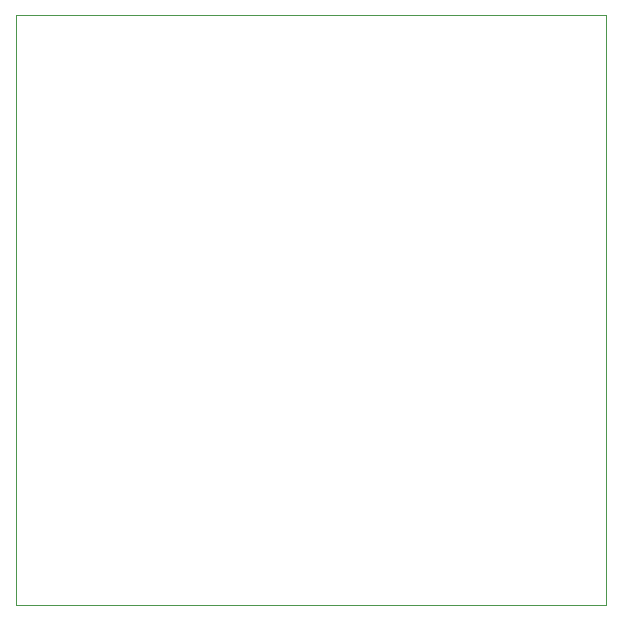
<source format=gbr>
%TF.GenerationSoftware,Novarm,DipTrace,4.2.0.1*%
%TF.CreationDate,2022-05-12T15:21:59+00:00*%
%FSLAX35Y35*%
%MOMM*%
%TF.FileFunction,Profile*%
%TF.Part,Single*%
%ADD10C,0.12*%
G75*
G01*
%LPD*%
X1000000Y6000000D2*
D10*
X6000000D1*
Y1000000D1*
X1000000D1*
Y6000000D1*
M02*

</source>
